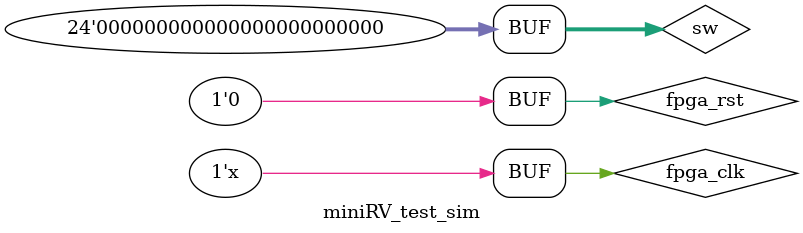
<source format=v>
`timescale 1ns / 1ps

module miniRV_test_sim();

    reg fpga_rst;
    reg fpga_clk;
    reg [23:0] sw;
    reg [ 4:0] button;
    
    wire [ 7:0]  dig_en;
    wire         DN_A;
    wire         DN_B;
    wire         DN_C;
    wire         DN_D;
    wire         DN_E;
    wire         DN_F;
    wire         DN_G;
    wire         DN_DP;
    wire [23:0]  led;

    initial begin
        fpga_rst = 1;
        fpga_clk = 0;
        #10000
        fpga_rst = 0;
        sw       = 24'h0;
        #100000
        sw       = 24'h000001;
        #100000
        sw       = 24'h000002;
        #100000
        sw       = 24'h000003;
        #100000
        sw       = 24'h000000;
    end

    always #5 fpga_clk = !fpga_clk;

    miniRV_SoC DUT (
        .fpga_rst   (fpga_rst),
        .fpga_clk   (fpga_clk),
        .sw         (sw),
        .button     (button),
        .dig_en     (dig_en),
        .DN_A       (DN_A),
        .DN_B       (DN_B),
        .DN_C       (DN_C),
        .DN_D       (DN_D),
        .DN_E       (DN_E),
        .DN_F       (DN_F),
        .DN_G       (DN_G),
        .DN_DP      (DN_DP),
        .led        (led)
    );

endmodule

</source>
